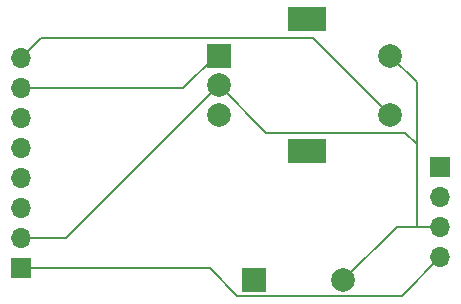
<source format=gbr>
%TF.GenerationSoftware,KiCad,Pcbnew,9.0.0*%
%TF.CreationDate,2025-03-28T18:13:54-04:00*%
%TF.ProjectId,thung,7468756e-672e-46b6-9963-61645f706362,rev?*%
%TF.SameCoordinates,Original*%
%TF.FileFunction,Copper,L1,Top*%
%TF.FilePolarity,Positive*%
%FSLAX46Y46*%
G04 Gerber Fmt 4.6, Leading zero omitted, Abs format (unit mm)*
G04 Created by KiCad (PCBNEW 9.0.0) date 2025-03-28 18:13:54*
%MOMM*%
%LPD*%
G01*
G04 APERTURE LIST*
%TA.AperFunction,ComponentPad*%
%ADD10R,1.700000X1.700000*%
%TD*%
%TA.AperFunction,ComponentPad*%
%ADD11O,1.700000X1.700000*%
%TD*%
%TA.AperFunction,ComponentPad*%
%ADD12R,2.000000X2.000000*%
%TD*%
%TA.AperFunction,ComponentPad*%
%ADD13C,2.000000*%
%TD*%
%TA.AperFunction,ComponentPad*%
%ADD14R,3.200000X2.000000*%
%TD*%
%TA.AperFunction,Conductor*%
%ADD15C,0.200000*%
%TD*%
G04 APERTURE END LIST*
D10*
%TO.P,J2,1,Pin_1*%
%TO.N,Net-(J1-Pin_4)*%
X30500000Y-49000000D03*
D11*
%TO.P,J2,2,Pin_2*%
%TO.N,Net-(BZ1--)*%
X30500000Y-46460000D03*
%TO.P,J2,3,Pin_3*%
%TO.N,Net-(J1-Pin_2)*%
X30500000Y-43920000D03*
%TO.P,J2,4,Pin_4*%
%TO.N,Net-(J1-Pin_1)*%
X30500000Y-41380000D03*
%TO.P,J2,5,Pin_5*%
%TO.N,Net-(BZ1-+)*%
X30500000Y-38840000D03*
%TO.P,J2,6,Pin_6*%
%TO.N,Net-(J2-Pin_6)*%
X30500000Y-36300000D03*
%TO.P,J2,7,Pin_7*%
%TO.N,Net-(J2-Pin_7)*%
X30500000Y-33760000D03*
%TO.P,J2,8,Pin_8*%
%TO.N,Net-(J2-Pin_8)*%
X30500000Y-31220000D03*
%TD*%
D10*
%TO.P,J1,1,Pin_1*%
%TO.N,Net-(J1-Pin_1)*%
X66000000Y-40420000D03*
D11*
%TO.P,J1,2,Pin_2*%
%TO.N,Net-(J1-Pin_2)*%
X66000000Y-42960000D03*
%TO.P,J1,3,Pin_3*%
%TO.N,Net-(BZ1--)*%
X66000000Y-45500000D03*
%TO.P,J1,4,Pin_4*%
%TO.N,Net-(J1-Pin_4)*%
X66000000Y-48040000D03*
%TD*%
D12*
%TO.P,SW1,A,A*%
%TO.N,Net-(J2-Pin_7)*%
X47250000Y-31000000D03*
D13*
%TO.P,SW1,B,B*%
%TO.N,Net-(J2-Pin_6)*%
X47250000Y-36000000D03*
%TO.P,SW1,C,C*%
%TO.N,Net-(BZ1--)*%
X47250000Y-33500000D03*
D14*
%TO.P,SW1,MP*%
%TO.N,N/C*%
X54750000Y-27900000D03*
X54750000Y-39100000D03*
D13*
%TO.P,SW1,S1,S1*%
%TO.N,Net-(J2-Pin_8)*%
X61750000Y-36000000D03*
%TO.P,SW1,S2,S2*%
%TO.N,Net-(BZ1--)*%
X61750000Y-31000000D03*
%TD*%
D12*
%TO.P,BZ1,1,+*%
%TO.N,Net-(BZ1-+)*%
X50200000Y-50000000D03*
D13*
%TO.P,BZ1,2,-*%
%TO.N,Net-(BZ1--)*%
X57800000Y-50000000D03*
%TD*%
D15*
%TO.N,Net-(BZ1--)*%
X64000000Y-38500000D02*
X63000000Y-37500000D01*
X47250000Y-33500000D02*
X34290000Y-46460000D01*
X51250000Y-37500000D02*
X47250000Y-33500000D01*
X63000000Y-37500000D02*
X51250000Y-37500000D01*
X34290000Y-46460000D02*
X30500000Y-46460000D01*
X61750000Y-31000000D02*
X64000000Y-33250000D01*
X57800000Y-50000000D02*
X62300000Y-45500000D01*
X64000000Y-38500000D02*
X64000000Y-45500000D01*
X64000000Y-33250000D02*
X64000000Y-38500000D01*
X62300000Y-45500000D02*
X64000000Y-45500000D01*
X64000000Y-45500000D02*
X66000000Y-45500000D01*
%TO.N,Net-(J1-Pin_4)*%
X30500000Y-49000000D02*
X46500000Y-49000000D01*
X62739000Y-51301000D02*
X66000000Y-48040000D01*
X46500000Y-49000000D02*
X48801000Y-51301000D01*
X48801000Y-51301000D02*
X62739000Y-51301000D01*
%TO.N,Net-(J2-Pin_7)*%
X47000000Y-31000000D02*
X47250000Y-31000000D01*
X44240000Y-33760000D02*
X47000000Y-31000000D01*
X30500000Y-33760000D02*
X44240000Y-33760000D01*
%TO.N,Net-(J2-Pin_8)*%
X30500000Y-31220000D02*
X32220000Y-29500000D01*
X55250000Y-29500000D02*
X61750000Y-36000000D01*
X32220000Y-29500000D02*
X55250000Y-29500000D01*
%TD*%
M02*

</source>
